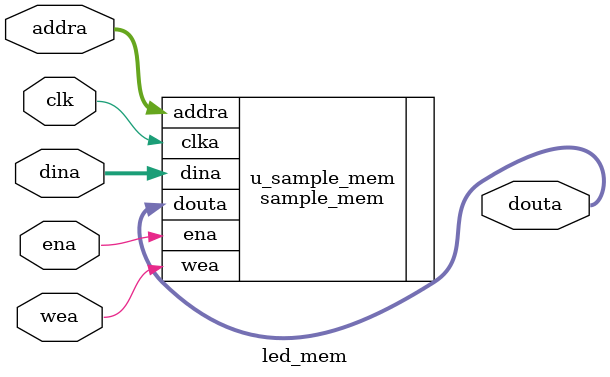
<source format=v>
`timescale 1ns / 1ps
module led_mem(
    input clk,
    input ena,
    input wea,
    input [3:0]addra,
    input [15:0]dina,
    output [15:0]douta
);
sample_mem u_sample_mem(
    .clka(clk),
    .ena(ena),
    .wea(wea),
    .addra(addra),
    .dina(dina),
    .douta(douta)
);
endmodule

</source>
